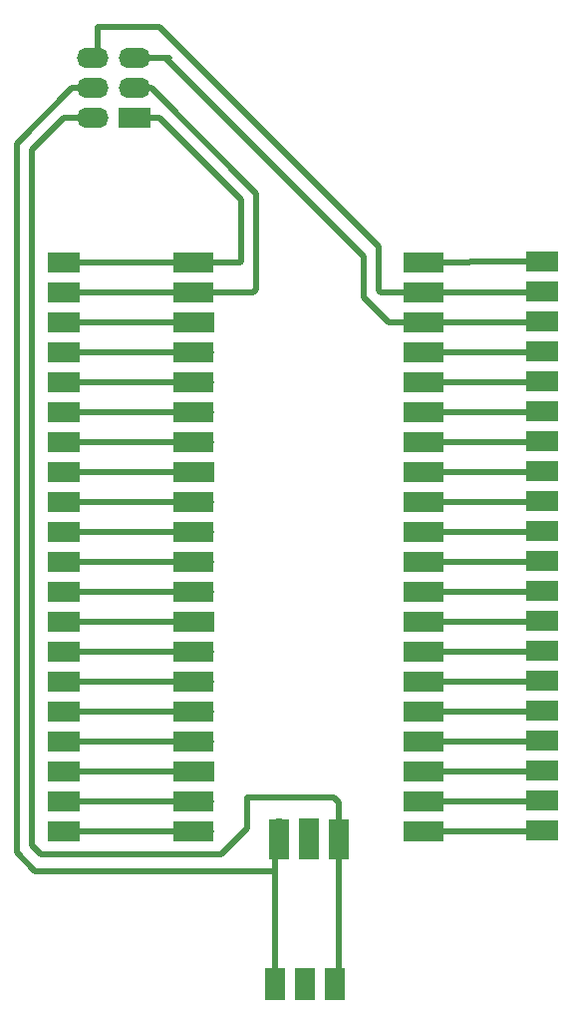
<source format=gbr>
%TF.GenerationSoftware,KiCad,Pcbnew,(6.0.6)*%
%TF.CreationDate,2022-07-22T12:25:26-04:00*%
%TF.ProjectId,picoprobeTarget,7069636f-7072-46f6-9265-546172676574,rev?*%
%TF.SameCoordinates,Original*%
%TF.FileFunction,Copper,L1,Top*%
%TF.FilePolarity,Positive*%
%FSLAX46Y46*%
G04 Gerber Fmt 4.6, Leading zero omitted, Abs format (unit mm)*
G04 Created by KiCad (PCBNEW (6.0.6)) date 2022-07-22 12:25:26*
%MOMM*%
%LPD*%
G01*
G04 APERTURE LIST*
%TA.AperFunction,ComponentPad*%
%ADD10O,1.700000X1.700000*%
%TD*%
%TA.AperFunction,SMDPad,CuDef*%
%ADD11R,3.500000X1.700000*%
%TD*%
%TA.AperFunction,ComponentPad*%
%ADD12R,1.700000X1.700000*%
%TD*%
%TA.AperFunction,SMDPad,CuDef*%
%ADD13R,1.700000X3.500000*%
%TD*%
%TA.AperFunction,ComponentPad*%
%ADD14R,2.700000X1.700000*%
%TD*%
%TA.AperFunction,ComponentPad*%
%ADD15O,2.700000X1.700000*%
%TD*%
%TA.AperFunction,ComponentPad*%
%ADD16R,1.700000X2.700000*%
%TD*%
%TA.AperFunction,Conductor*%
%ADD17C,0.500000*%
%TD*%
G04 APERTURE END LIST*
D10*
%TO.P,U1,1,GPIO0*%
%TO.N,Net-(J1-Pad1)*%
X123545000Y-62105000D03*
D11*
X122645000Y-62105000D03*
D10*
%TO.P,U1,2,GPIO1*%
%TO.N,Net-(J1-Pad2)*%
X123545000Y-64645000D03*
D11*
X122645000Y-64645000D03*
D12*
%TO.P,U1,3,GND*%
%TO.N,Net-(J1-Pad3)*%
X123545000Y-67185000D03*
D11*
X122645000Y-67185000D03*
%TO.P,U1,4,GPIO2*%
%TO.N,Net-(J1-Pad4)*%
X122645000Y-69725000D03*
D10*
X123545000Y-69725000D03*
D11*
%TO.P,U1,5,GPIO3*%
%TO.N,Net-(J1-Pad5)*%
X122645000Y-72265000D03*
D10*
X123545000Y-72265000D03*
D11*
%TO.P,U1,6,GPIO4*%
%TO.N,Net-(J1-Pad6)*%
X122645000Y-74805000D03*
D10*
X123545000Y-74805000D03*
%TO.P,U1,7,GPIO5*%
%TO.N,Net-(J1-Pad7)*%
X123545000Y-77345000D03*
D11*
X122645000Y-77345000D03*
D12*
%TO.P,U1,8,GND*%
%TO.N,Net-(J1-Pad8)*%
X123545000Y-79885000D03*
D11*
X122645000Y-79885000D03*
%TO.P,U1,9,GPIO6*%
%TO.N,Net-(J1-Pad9)*%
X122645000Y-82425000D03*
D10*
X123545000Y-82425000D03*
D11*
%TO.P,U1,10,GPIO7*%
%TO.N,Net-(J1-Pad10)*%
X122645000Y-84965000D03*
D10*
X123545000Y-84965000D03*
D11*
%TO.P,U1,11,GPIO8*%
%TO.N,Net-(J1-Pad11)*%
X122645000Y-87505000D03*
D10*
X123545000Y-87505000D03*
%TO.P,U1,12,GPIO9*%
%TO.N,Net-(J1-Pad12)*%
X123545000Y-90045000D03*
D11*
X122645000Y-90045000D03*
D12*
%TO.P,U1,13,GND*%
%TO.N,Net-(J1-Pad13)*%
X123545000Y-92585000D03*
D11*
X122645000Y-92585000D03*
D10*
%TO.P,U1,14,GPIO10*%
%TO.N,Net-(J1-Pad14)*%
X123545000Y-95125000D03*
D11*
X122645000Y-95125000D03*
D10*
%TO.P,U1,15,GPIO11*%
%TO.N,Net-(J1-Pad15)*%
X123545000Y-97665000D03*
D11*
X122645000Y-97665000D03*
D10*
%TO.P,U1,16,GPIO12*%
%TO.N,Net-(J1-Pad16)*%
X123545000Y-100205000D03*
D11*
X122645000Y-100205000D03*
%TO.P,U1,17,GPIO13*%
%TO.N,Net-(J1-Pad17)*%
X122645000Y-102745000D03*
D10*
X123545000Y-102745000D03*
D12*
%TO.P,U1,18,GND*%
%TO.N,Net-(J1-Pad18)*%
X123545000Y-105285000D03*
D11*
X122645000Y-105285000D03*
D10*
%TO.P,U1,19,GPIO14*%
%TO.N,Net-(J1-Pad19)*%
X123545000Y-107825000D03*
D11*
X122645000Y-107825000D03*
D10*
%TO.P,U1,20,GPIO15*%
%TO.N,Net-(J1-Pad20)*%
X123545000Y-110365000D03*
D11*
X122645000Y-110365000D03*
%TO.P,U1,21,GPIO16*%
%TO.N,Net-(J5-Pad1)*%
X142225000Y-110365000D03*
D10*
X141325000Y-110365000D03*
D11*
%TO.P,U1,22,GPIO17*%
%TO.N,Net-(J5-Pad2)*%
X142225000Y-107825000D03*
D10*
X141325000Y-107825000D03*
D11*
%TO.P,U1,23,GND*%
%TO.N,Net-(J5-Pad3)*%
X142225000Y-105285000D03*
D12*
X141325000Y-105285000D03*
D11*
%TO.P,U1,24,GPIO18*%
%TO.N,Net-(J5-Pad4)*%
X142225000Y-102745000D03*
D10*
X141325000Y-102745000D03*
D11*
%TO.P,U1,25,GPIO19*%
%TO.N,Net-(J5-Pad5)*%
X142225000Y-100205000D03*
D10*
X141325000Y-100205000D03*
D11*
%TO.P,U1,26,GPIO20*%
%TO.N,Net-(J5-Pad6)*%
X142225000Y-97665000D03*
D10*
X141325000Y-97665000D03*
D11*
%TO.P,U1,27,GPIO21*%
%TO.N,Net-(J5-Pad7)*%
X142225000Y-95125000D03*
D10*
X141325000Y-95125000D03*
D11*
%TO.P,U1,28,GND*%
%TO.N,Net-(J5-Pad8)*%
X142225000Y-92585000D03*
D12*
X141325000Y-92585000D03*
D11*
%TO.P,U1,29,GPIO22*%
%TO.N,Net-(J5-Pad9)*%
X142225000Y-90045000D03*
D10*
X141325000Y-90045000D03*
D11*
%TO.P,U1,30,RUN*%
%TO.N,Net-(J5-Pad10)*%
X142225000Y-87505000D03*
D10*
X141325000Y-87505000D03*
%TO.P,U1,31,GPIO26_ADC0*%
%TO.N,Net-(J5-Pad11)*%
X141325000Y-84965000D03*
D11*
X142225000Y-84965000D03*
%TO.P,U1,32,GPIO27_ADC1*%
%TO.N,Net-(J5-Pad12)*%
X142225000Y-82425000D03*
D10*
X141325000Y-82425000D03*
D12*
%TO.P,U1,33,AGND*%
%TO.N,Net-(J5-Pad13)*%
X141325000Y-79885000D03*
D11*
X142225000Y-79885000D03*
D10*
%TO.P,U1,34,GPIO28_ADC2*%
%TO.N,Net-(J5-Pad14)*%
X141325000Y-77345000D03*
D11*
X142225000Y-77345000D03*
%TO.P,U1,35,ADC_VREF*%
%TO.N,Net-(J5-Pad15)*%
X142225000Y-74805000D03*
D10*
X141325000Y-74805000D03*
D11*
%TO.P,U1,36,3V3*%
%TO.N,Net-(J5-Pad16)*%
X142225000Y-72265000D03*
D10*
X141325000Y-72265000D03*
%TO.P,U1,37,3V3_EN*%
%TO.N,Net-(J5-Pad17)*%
X141325000Y-69725000D03*
D11*
X142225000Y-69725000D03*
%TO.P,U1,38,GND*%
%TO.N,Net-(J4-Pad5)*%
X142225000Y-67185000D03*
D12*
X141325000Y-67185000D03*
D10*
%TO.P,U1,39,VSYS*%
%TO.N,Net-(J4-Pad6)*%
X141325000Y-64645000D03*
D11*
X142225000Y-64645000D03*
D10*
%TO.P,U1,40,VBUS*%
%TO.N,Net-(J5-Pad20)*%
X141325000Y-62105000D03*
D11*
X142225000Y-62105000D03*
D10*
%TO.P,U1,41,SWCLK*%
%TO.N,Net-(J2-Pad1)*%
X129895000Y-110135000D03*
D13*
X129895000Y-111035000D03*
%TO.P,U1,42,GND*%
%TO.N,unconnected-(U1-Pad42)*%
X132435000Y-111035000D03*
D12*
X132435000Y-110135000D03*
D10*
%TO.P,U1,43,SWDIO*%
%TO.N,Net-(J2-Pad3)*%
X134975000Y-110135000D03*
D13*
X134975000Y-111035000D03*
%TD*%
D14*
%TO.P,J4,1,Pin_1*%
%TO.N,Net-(J1-Pad1)*%
X117652500Y-49845000D03*
D15*
%TO.P,J4,2,Pin_2*%
%TO.N,Net-(J2-Pad3)*%
X114112500Y-49845000D03*
%TO.P,J4,3,Pin_3*%
%TO.N,Net-(J1-Pad2)*%
X117652500Y-47305000D03*
%TO.P,J4,4,Pin_4*%
%TO.N,Net-(J2-Pad1)*%
X114112500Y-47305000D03*
%TO.P,J4,5,Pin_5*%
%TO.N,Net-(J4-Pad5)*%
X117652500Y-44765000D03*
%TO.P,J4,6,Pin_6*%
%TO.N,Net-(J4-Pad6)*%
X114112500Y-44765000D03*
%TD*%
D14*
%TO.P,J1,1,Pin_1*%
%TO.N,Net-(J1-Pad1)*%
X111637500Y-62100000D03*
%TO.P,J1,2,Pin_2*%
%TO.N,Net-(J1-Pad2)*%
X111637500Y-64640000D03*
%TO.P,J1,3,Pin_3*%
%TO.N,Net-(J1-Pad3)*%
X111637500Y-67180000D03*
%TO.P,J1,4,Pin_4*%
%TO.N,Net-(J1-Pad4)*%
X111637500Y-69720000D03*
%TO.P,J1,5,Pin_5*%
%TO.N,Net-(J1-Pad5)*%
X111637500Y-72260000D03*
%TO.P,J1,6,Pin_6*%
%TO.N,Net-(J1-Pad6)*%
X111637500Y-74800000D03*
%TO.P,J1,7,Pin_7*%
%TO.N,Net-(J1-Pad7)*%
X111637500Y-77340000D03*
%TO.P,J1,8,Pin_8*%
%TO.N,Net-(J1-Pad8)*%
X111637500Y-79880000D03*
%TO.P,J1,9,Pin_9*%
%TO.N,Net-(J1-Pad9)*%
X111637500Y-82420000D03*
%TO.P,J1,10,Pin_10*%
%TO.N,Net-(J1-Pad10)*%
X111637500Y-84960000D03*
%TO.P,J1,11,Pin_11*%
%TO.N,Net-(J1-Pad11)*%
X111637500Y-87500000D03*
%TO.P,J1,12,Pin_12*%
%TO.N,Net-(J1-Pad12)*%
X111637500Y-90040000D03*
%TO.P,J1,13,Pin_13*%
%TO.N,Net-(J1-Pad13)*%
X111637500Y-92580000D03*
%TO.P,J1,14,Pin_14*%
%TO.N,Net-(J1-Pad14)*%
X111637500Y-95120000D03*
%TO.P,J1,15,Pin_15*%
%TO.N,Net-(J1-Pad15)*%
X111637500Y-97660000D03*
%TO.P,J1,16,Pin_16*%
%TO.N,Net-(J1-Pad16)*%
X111637500Y-100200000D03*
%TO.P,J1,17,Pin_17*%
%TO.N,Net-(J1-Pad17)*%
X111637500Y-102740000D03*
%TO.P,J1,18,Pin_18*%
%TO.N,Net-(J1-Pad18)*%
X111637500Y-105280000D03*
%TO.P,J1,19,Pin_19*%
%TO.N,Net-(J1-Pad19)*%
X111637500Y-107820000D03*
%TO.P,J1,20,Pin_20*%
%TO.N,Net-(J1-Pad20)*%
X111637500Y-110360000D03*
%TD*%
D16*
%TO.P,J2,1,Pin_1*%
%TO.N,Net-(J2-Pad1)*%
X129595000Y-123275000D03*
%TO.P,J2,2,Pin_2*%
%TO.N,unconnected-(J2-Pad2)*%
X132135000Y-123275000D03*
%TO.P,J2,3,Pin_3*%
%TO.N,Net-(J2-Pad3)*%
X134675000Y-123275000D03*
%TD*%
D14*
%TO.P,J5,1,Pin_1*%
%TO.N,Net-(J5-Pad1)*%
X152262500Y-110300000D03*
%TO.P,J5,2,Pin_2*%
%TO.N,Net-(J5-Pad2)*%
X152262500Y-107760000D03*
%TO.P,J5,3,Pin_3*%
%TO.N,Net-(J5-Pad3)*%
X152262500Y-105220000D03*
%TO.P,J5,4,Pin_4*%
%TO.N,Net-(J5-Pad4)*%
X152262500Y-102680000D03*
%TO.P,J5,5,Pin_5*%
%TO.N,Net-(J5-Pad5)*%
X152262500Y-100140000D03*
%TO.P,J5,6,Pin_6*%
%TO.N,Net-(J5-Pad6)*%
X152262500Y-97600000D03*
%TO.P,J5,7,Pin_7*%
%TO.N,Net-(J5-Pad7)*%
X152262500Y-95060000D03*
%TO.P,J5,8,Pin_8*%
%TO.N,Net-(J5-Pad8)*%
X152262500Y-92520000D03*
%TO.P,J5,9,Pin_9*%
%TO.N,Net-(J5-Pad9)*%
X152262500Y-89980000D03*
%TO.P,J5,10,Pin_10*%
%TO.N,Net-(J5-Pad10)*%
X152262500Y-87440000D03*
%TO.P,J5,11,Pin_11*%
%TO.N,Net-(J5-Pad11)*%
X152262500Y-84900000D03*
%TO.P,J5,12,Pin_12*%
%TO.N,Net-(J5-Pad12)*%
X152262500Y-82360000D03*
%TO.P,J5,13,Pin_13*%
%TO.N,Net-(J5-Pad13)*%
X152262500Y-79820000D03*
%TO.P,J5,14,Pin_14*%
%TO.N,Net-(J5-Pad14)*%
X152262500Y-77280000D03*
%TO.P,J5,15,Pin_15*%
%TO.N,Net-(J5-Pad15)*%
X152262500Y-74740000D03*
%TO.P,J5,16,Pin_16*%
%TO.N,Net-(J5-Pad16)*%
X152262500Y-72200000D03*
%TO.P,J5,17,Pin_17*%
%TO.N,Net-(J5-Pad17)*%
X152262500Y-69660000D03*
%TO.P,J5,18,Pin_18*%
%TO.N,Net-(J4-Pad5)*%
X152262500Y-67120000D03*
%TO.P,J5,19,Pin_19*%
%TO.N,Net-(J4-Pad6)*%
X152262500Y-64580000D03*
%TO.P,J5,20,Pin_20*%
%TO.N,Net-(J5-Pad20)*%
X152262500Y-62040000D03*
%TD*%
D17*
%TO.N,Net-(J4-Pad5)*%
X141310000Y-67200000D02*
X141325000Y-67185000D01*
X137100000Y-65100000D02*
X139200000Y-67200000D01*
X139200000Y-67200000D02*
X141310000Y-67200000D01*
X137100000Y-61600000D02*
X137100000Y-65100000D01*
X120235000Y-44765000D02*
X120265000Y-44765000D01*
X120265000Y-44765000D02*
X137100000Y-61600000D01*
%TO.N,Net-(J1-Pad1)*%
X126695000Y-56778273D02*
X126695000Y-62000000D01*
X119761727Y-49845000D02*
X126695000Y-56778273D01*
X126695000Y-62000000D02*
X126590000Y-62105000D01*
X126590000Y-62105000D02*
X123545000Y-62105000D01*
X117152500Y-49845000D02*
X119761727Y-49845000D01*
%TO.N,Net-(J1-Pad2)*%
X128000000Y-64400000D02*
X127755000Y-64645000D01*
X127755000Y-64645000D02*
X123545000Y-64645000D01*
X119067275Y-47305000D02*
X128000000Y-56237725D01*
X117152500Y-47305000D02*
X119067275Y-47305000D01*
X128000000Y-56237725D02*
X128000000Y-64400000D01*
%TO.N,Net-(J4-Pad6)*%
X138550000Y-64645000D02*
X141325000Y-64645000D01*
X138405000Y-60759451D02*
X138405000Y-64500000D01*
X114500000Y-42100000D02*
X119745549Y-42100000D01*
X114500000Y-44652500D02*
X114500000Y-42100000D01*
X119745549Y-42100000D02*
X138405000Y-60759451D01*
X114612500Y-44765000D02*
X114500000Y-44652500D01*
X138405000Y-64500000D02*
X138550000Y-64645000D01*
%TO.N,Net-(J4-Pad5)*%
X120235000Y-44765000D02*
X120565000Y-44765000D01*
X117152500Y-44765000D02*
X120235000Y-44765000D01*
%TO.N,Net-(J2-Pad3)*%
X134975000Y-107875000D02*
X134975000Y-110135000D01*
X109675000Y-112270000D02*
X125030000Y-112270000D01*
X125030000Y-112270000D02*
X127200000Y-110100000D01*
X127200000Y-110100000D02*
X127200000Y-107500000D01*
X127200000Y-107500000D02*
X134600000Y-107500000D01*
X108922774Y-111517774D02*
X109675000Y-112270000D01*
X114612500Y-49845000D02*
X111600548Y-49845000D01*
X111600548Y-49845000D02*
X108922774Y-52522774D01*
X108922774Y-52522774D02*
X108922774Y-111517774D01*
X134600000Y-107500000D02*
X134975000Y-107875000D01*
%TO.N,Net-(J2-Pad1)*%
X109205000Y-113705000D02*
X129595000Y-113705000D01*
X107617774Y-51982226D02*
X107617774Y-112117774D01*
X107617774Y-112117774D02*
X109205000Y-113705000D01*
X112295000Y-47305000D02*
X107617774Y-51982226D01*
X114612500Y-47305000D02*
X112295000Y-47305000D01*
X129595000Y-113095000D02*
X129595000Y-110435000D01*
X129595000Y-123775000D02*
X129595000Y-113095000D01*
%TO.N,Net-(J5-Pad1)*%
X151697500Y-110365000D02*
X151762500Y-110300000D01*
X141325000Y-110365000D02*
X151697500Y-110365000D01*
%TO.N,Net-(J5-Pad2)*%
X151697500Y-107825000D02*
X151762500Y-107760000D01*
X141325000Y-107825000D02*
X151697500Y-107825000D01*
%TO.N,Net-(J5-Pad3)*%
X151697500Y-105285000D02*
X151762500Y-105220000D01*
X141325000Y-105285000D02*
X151697500Y-105285000D01*
%TO.N,Net-(J5-Pad4)*%
X141325000Y-102745000D02*
X151697500Y-102745000D01*
X151697500Y-102745000D02*
X151762500Y-102680000D01*
%TO.N,Net-(J5-Pad5)*%
X151697500Y-100205000D02*
X151762500Y-100140000D01*
X141325000Y-100205000D02*
X151697500Y-100205000D01*
%TO.N,Net-(J5-Pad6)*%
X151697500Y-97665000D02*
X151762500Y-97600000D01*
X141325000Y-97665000D02*
X151697500Y-97665000D01*
%TO.N,Net-(J5-Pad7)*%
X151697500Y-95125000D02*
X151762500Y-95060000D01*
X141325000Y-95125000D02*
X151697500Y-95125000D01*
%TO.N,Net-(J5-Pad8)*%
X141325000Y-92585000D02*
X151697500Y-92585000D01*
X151697500Y-92585000D02*
X151762500Y-92520000D01*
%TO.N,Net-(J5-Pad9)*%
X151697500Y-90045000D02*
X151762500Y-89980000D01*
X141325000Y-90045000D02*
X151697500Y-90045000D01*
%TO.N,Net-(J5-Pad10)*%
X151697500Y-87505000D02*
X151762500Y-87440000D01*
X141325000Y-87505000D02*
X151697500Y-87505000D01*
%TO.N,Net-(J5-Pad11)*%
X151697500Y-84965000D02*
X151762500Y-84900000D01*
X141325000Y-84965000D02*
X151697500Y-84965000D01*
%TO.N,Net-(J5-Pad12)*%
X151697500Y-82425000D02*
X151762500Y-82360000D01*
X141325000Y-82425000D02*
X151697500Y-82425000D01*
%TO.N,Net-(J5-Pad13)*%
X151697500Y-79885000D02*
X151762500Y-79820000D01*
X141325000Y-79885000D02*
X151697500Y-79885000D01*
%TO.N,Net-(J5-Pad14)*%
X141325000Y-77345000D02*
X151697500Y-77345000D01*
X151697500Y-77345000D02*
X151762500Y-77280000D01*
%TO.N,Net-(J5-Pad15)*%
X151697500Y-74805000D02*
X151762500Y-74740000D01*
X141325000Y-74805000D02*
X151697500Y-74805000D01*
%TO.N,Net-(J5-Pad16)*%
X151697500Y-72265000D02*
X151762500Y-72200000D01*
X141325000Y-72265000D02*
X151697500Y-72265000D01*
%TO.N,Net-(J5-Pad17)*%
X141325000Y-69725000D02*
X151697500Y-69725000D01*
X151697500Y-69725000D02*
X151762500Y-69660000D01*
%TO.N,Net-(J4-Pad5)*%
X151697500Y-67185000D02*
X151762500Y-67120000D01*
X141325000Y-67185000D02*
X151697500Y-67185000D01*
%TO.N,Net-(J4-Pad6)*%
X151762500Y-64580000D02*
X151697500Y-64645000D01*
X151697500Y-64645000D02*
X141325000Y-64645000D01*
%TO.N,Net-(J5-Pad20)*%
X146160000Y-62040000D02*
X146095000Y-62105000D01*
X146095000Y-62105000D02*
X141325000Y-62105000D01*
X151762500Y-62040000D02*
X146160000Y-62040000D01*
%TO.N,Net-(J1-Pad20)*%
X112142500Y-110365000D02*
X123545000Y-110365000D01*
X112137500Y-110360000D02*
X112142500Y-110365000D01*
%TO.N,Net-(J1-Pad19)*%
X112142500Y-107825000D02*
X123545000Y-107825000D01*
X112137500Y-107820000D02*
X112142500Y-107825000D01*
%TO.N,Net-(J1-Pad18)*%
X113970000Y-105285000D02*
X123545000Y-105285000D01*
X113965000Y-105280000D02*
X113970000Y-105285000D01*
X112137500Y-105280000D02*
X113965000Y-105280000D01*
%TO.N,Net-(J1-Pad17)*%
X123540000Y-102740000D02*
X123545000Y-102745000D01*
X112137500Y-102740000D02*
X123540000Y-102740000D01*
%TO.N,Net-(J1-Pad16)*%
X112137500Y-100200000D02*
X112142500Y-100205000D01*
X112142500Y-100205000D02*
X123545000Y-100205000D01*
%TO.N,Net-(J1-Pad15)*%
X112137500Y-97660000D02*
X112142500Y-97665000D01*
X112142500Y-97665000D02*
X123545000Y-97665000D01*
%TO.N,Net-(J1-Pad14)*%
X112137500Y-95120000D02*
X112142500Y-95125000D01*
X112142500Y-95125000D02*
X123545000Y-95125000D01*
%TO.N,Net-(J1-Pad13)*%
X112142500Y-92585000D02*
X123545000Y-92585000D01*
X112137500Y-92580000D02*
X112142500Y-92585000D01*
%TO.N,Net-(J1-Pad12)*%
X112142500Y-90045000D02*
X123545000Y-90045000D01*
X112137500Y-90040000D02*
X112142500Y-90045000D01*
%TO.N,Net-(J1-Pad11)*%
X123540000Y-87500000D02*
X123545000Y-87505000D01*
X112137500Y-87500000D02*
X123540000Y-87500000D01*
%TO.N,Net-(J1-Pad10)*%
X123540000Y-84960000D02*
X123545000Y-84965000D01*
X112137500Y-84960000D02*
X123540000Y-84960000D01*
%TO.N,Net-(J1-Pad9)*%
X112137500Y-82420000D02*
X123540000Y-82420000D01*
X123540000Y-82420000D02*
X123545000Y-82425000D01*
%TO.N,Net-(J1-Pad8)*%
X112142500Y-79885000D02*
X123545000Y-79885000D01*
X112137500Y-79880000D02*
X112142500Y-79885000D01*
%TO.N,Net-(J1-Pad7)*%
X112142500Y-77345000D02*
X123545000Y-77345000D01*
X112137500Y-77340000D02*
X112142500Y-77345000D01*
%TO.N,Net-(J1-Pad6)*%
X123540000Y-74800000D02*
X123545000Y-74805000D01*
X112137500Y-74800000D02*
X123540000Y-74800000D01*
%TO.N,Net-(J1-Pad5)*%
X123540000Y-72260000D02*
X123545000Y-72265000D01*
X112137500Y-72260000D02*
X123540000Y-72260000D01*
%TO.N,Net-(J1-Pad4)*%
X123540000Y-69720000D02*
X123545000Y-69725000D01*
X112137500Y-69720000D02*
X123540000Y-69720000D01*
%TO.N,Net-(J1-Pad3)*%
X112142500Y-67185000D02*
X123545000Y-67185000D01*
X112137500Y-67180000D02*
X112142500Y-67185000D01*
%TO.N,Net-(J1-Pad2)*%
X112142500Y-64645000D02*
X123545000Y-64645000D01*
X112137500Y-64640000D02*
X112142500Y-64645000D01*
%TO.N,Net-(J1-Pad1)*%
X112142500Y-62105000D02*
X123545000Y-62105000D01*
X112137500Y-62100000D02*
X112142500Y-62105000D01*
%TO.N,Net-(J2-Pad1)*%
X129595000Y-110435000D02*
X129895000Y-110135000D01*
X129375000Y-123775000D02*
X129600000Y-123550000D01*
X129620000Y-123800000D02*
X129595000Y-123775000D01*
%TO.N,Net-(J2-Pad3)*%
X134675000Y-123775000D02*
X135195000Y-123255000D01*
X134975000Y-123475000D02*
X134975000Y-110135000D01*
X134675000Y-123775000D02*
X134975000Y-123475000D01*
X134700000Y-123800000D02*
X134675000Y-123775000D01*
%TD*%
M02*

</source>
